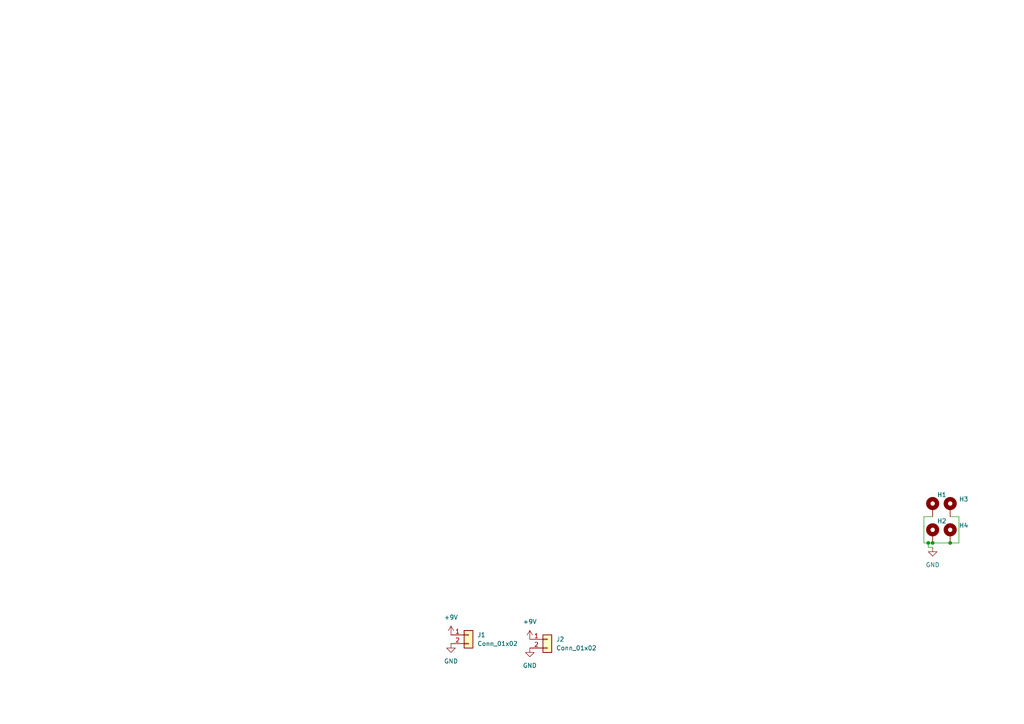
<source format=kicad_sch>
(kicad_sch (version 20211123) (generator eeschema)

  (uuid 3202d24d-726e-4f07-84c0-3006af20163a)

  (paper "A4")

  (lib_symbols
    (symbol "Connector_Generic:Conn_01x02" (pin_names (offset 1.016) hide) (in_bom yes) (on_board yes)
      (property "Reference" "J" (id 0) (at 0 2.54 0)
        (effects (font (size 1.27 1.27)))
      )
      (property "Value" "Conn_01x02" (id 1) (at 0 -5.08 0)
        (effects (font (size 1.27 1.27)))
      )
      (property "Footprint" "" (id 2) (at 0 0 0)
        (effects (font (size 1.27 1.27)) hide)
      )
      (property "Datasheet" "~" (id 3) (at 0 0 0)
        (effects (font (size 1.27 1.27)) hide)
      )
      (property "ki_keywords" "connector" (id 4) (at 0 0 0)
        (effects (font (size 1.27 1.27)) hide)
      )
      (property "ki_description" "Generic connector, single row, 01x02, script generated (kicad-library-utils/schlib/autogen/connector/)" (id 5) (at 0 0 0)
        (effects (font (size 1.27 1.27)) hide)
      )
      (property "ki_fp_filters" "Connector*:*_1x??_*" (id 6) (at 0 0 0)
        (effects (font (size 1.27 1.27)) hide)
      )
      (symbol "Conn_01x02_1_1"
        (rectangle (start -1.27 -2.413) (end 0 -2.667)
          (stroke (width 0.1524) (type default) (color 0 0 0 0))
          (fill (type none))
        )
        (rectangle (start -1.27 0.127) (end 0 -0.127)
          (stroke (width 0.1524) (type default) (color 0 0 0 0))
          (fill (type none))
        )
        (rectangle (start -1.27 1.27) (end 1.27 -3.81)
          (stroke (width 0.254) (type default) (color 0 0 0 0))
          (fill (type background))
        )
        (pin passive line (at -5.08 0 0) (length 3.81)
          (name "Pin_1" (effects (font (size 1.27 1.27))))
          (number "1" (effects (font (size 1.27 1.27))))
        )
        (pin passive line (at -5.08 -2.54 0) (length 3.81)
          (name "Pin_2" (effects (font (size 1.27 1.27))))
          (number "2" (effects (font (size 1.27 1.27))))
        )
      )
    )
    (symbol "Mechanical:MountingHole_Pad" (pin_numbers hide) (pin_names (offset 1.016) hide) (in_bom yes) (on_board yes)
      (property "Reference" "H" (id 0) (at 0 6.35 0)
        (effects (font (size 1.27 1.27)))
      )
      (property "Value" "MountingHole_Pad" (id 1) (at 0 4.445 0)
        (effects (font (size 1.27 1.27)))
      )
      (property "Footprint" "" (id 2) (at 0 0 0)
        (effects (font (size 1.27 1.27)) hide)
      )
      (property "Datasheet" "~" (id 3) (at 0 0 0)
        (effects (font (size 1.27 1.27)) hide)
      )
      (property "ki_keywords" "mounting hole" (id 4) (at 0 0 0)
        (effects (font (size 1.27 1.27)) hide)
      )
      (property "ki_description" "Mounting Hole with connection" (id 5) (at 0 0 0)
        (effects (font (size 1.27 1.27)) hide)
      )
      (property "ki_fp_filters" "MountingHole*Pad*" (id 6) (at 0 0 0)
        (effects (font (size 1.27 1.27)) hide)
      )
      (symbol "MountingHole_Pad_0_1"
        (circle (center 0 1.27) (radius 1.27)
          (stroke (width 1.27) (type default) (color 0 0 0 0))
          (fill (type none))
        )
      )
      (symbol "MountingHole_Pad_1_1"
        (pin input line (at 0 -2.54 90) (length 2.54)
          (name "1" (effects (font (size 1.27 1.27))))
          (number "1" (effects (font (size 1.27 1.27))))
        )
      )
    )
    (symbol "power:+9V" (power) (pin_names (offset 0)) (in_bom yes) (on_board yes)
      (property "Reference" "#PWR" (id 0) (at 0 -3.81 0)
        (effects (font (size 1.27 1.27)) hide)
      )
      (property "Value" "+9V" (id 1) (at 0 3.556 0)
        (effects (font (size 1.27 1.27)))
      )
      (property "Footprint" "" (id 2) (at 0 0 0)
        (effects (font (size 1.27 1.27)) hide)
      )
      (property "Datasheet" "" (id 3) (at 0 0 0)
        (effects (font (size 1.27 1.27)) hide)
      )
      (property "ki_keywords" "global power" (id 4) (at 0 0 0)
        (effects (font (size 1.27 1.27)) hide)
      )
      (property "ki_description" "Power symbol creates a global label with name \"+9V\"" (id 5) (at 0 0 0)
        (effects (font (size 1.27 1.27)) hide)
      )
      (symbol "+9V_0_1"
        (polyline
          (pts
            (xy -0.762 1.27)
            (xy 0 2.54)
          )
          (stroke (width 0) (type default) (color 0 0 0 0))
          (fill (type none))
        )
        (polyline
          (pts
            (xy 0 0)
            (xy 0 2.54)
          )
          (stroke (width 0) (type default) (color 0 0 0 0))
          (fill (type none))
        )
        (polyline
          (pts
            (xy 0 2.54)
            (xy 0.762 1.27)
          )
          (stroke (width 0) (type default) (color 0 0 0 0))
          (fill (type none))
        )
      )
      (symbol "+9V_1_1"
        (pin power_in line (at 0 0 90) (length 0) hide
          (name "+9V" (effects (font (size 1.27 1.27))))
          (number "1" (effects (font (size 1.27 1.27))))
        )
      )
    )
    (symbol "power:GND" (power) (pin_names (offset 0)) (in_bom yes) (on_board yes)
      (property "Reference" "#PWR" (id 0) (at 0 -6.35 0)
        (effects (font (size 1.27 1.27)) hide)
      )
      (property "Value" "GND" (id 1) (at 0 -3.81 0)
        (effects (font (size 1.27 1.27)))
      )
      (property "Footprint" "" (id 2) (at 0 0 0)
        (effects (font (size 1.27 1.27)) hide)
      )
      (property "Datasheet" "" (id 3) (at 0 0 0)
        (effects (font (size 1.27 1.27)) hide)
      )
      (property "ki_keywords" "global power" (id 4) (at 0 0 0)
        (effects (font (size 1.27 1.27)) hide)
      )
      (property "ki_description" "Power symbol creates a global label with name \"GND\" , ground" (id 5) (at 0 0 0)
        (effects (font (size 1.27 1.27)) hide)
      )
      (symbol "GND_0_1"
        (polyline
          (pts
            (xy 0 0)
            (xy 0 -1.27)
            (xy 1.27 -1.27)
            (xy 0 -2.54)
            (xy -1.27 -1.27)
            (xy 0 -1.27)
          )
          (stroke (width 0) (type default) (color 0 0 0 0))
          (fill (type none))
        )
      )
      (symbol "GND_1_1"
        (pin power_in line (at 0 0 270) (length 0) hide
          (name "GND" (effects (font (size 1.27 1.27))))
          (number "1" (effects (font (size 1.27 1.27))))
        )
      )
    )
  )

  (junction (at 275.59 157.48) (diameter 0) (color 0 0 0 0)
    (uuid 92ef6c5c-76f6-41ee-bfdf-2eeb29e2cd3e)
  )
  (junction (at 270.51 157.48) (diameter 0) (color 0 0 0 0)
    (uuid a2b94282-d0c1-4f85-9fe6-8097f3bf3d1b)
  )
  (junction (at 269.24 157.48) (diameter 0) (color 0 0 0 0)
    (uuid cc94ca55-9dba-4763-bc49-f97248381666)
  )

  (wire (pts (xy 278.13 157.48) (xy 278.13 149.86))
    (stroke (width 0) (type default) (color 0 0 0 0))
    (uuid 37ab3f3f-23a9-4077-ac08-b144469e133c)
  )
  (wire (pts (xy 270.51 157.48) (xy 275.59 157.48))
    (stroke (width 0) (type default) (color 0 0 0 0))
    (uuid 3c41030e-76a7-473a-98c6-46f49f12564e)
  )
  (wire (pts (xy 275.59 157.48) (xy 278.13 157.48))
    (stroke (width 0) (type default) (color 0 0 0 0))
    (uuid 493beafa-83ca-4bff-ac6e-70d10e6415f9)
  )
  (wire (pts (xy 267.97 157.48) (xy 269.24 157.48))
    (stroke (width 0) (type default) (color 0 0 0 0))
    (uuid 58cbb94d-e1ec-419a-b6a8-cae6dc081de6)
  )
  (wire (pts (xy 275.59 149.86) (xy 278.13 149.86))
    (stroke (width 0) (type default) (color 0 0 0 0))
    (uuid 5f72dc0e-e05f-475d-ae26-944b6c4d903b)
  )
  (wire (pts (xy 267.97 149.86) (xy 270.51 149.86))
    (stroke (width 0) (type default) (color 0 0 0 0))
    (uuid 8527bcb5-a541-41d1-8d2c-efbf09c0351c)
  )
  (wire (pts (xy 269.24 157.48) (xy 269.24 158.75))
    (stroke (width 0) (type default) (color 0 0 0 0))
    (uuid a2e39675-fed4-460a-bbdf-41f7676212e7)
  )
  (wire (pts (xy 270.51 158.75) (xy 269.24 158.75))
    (stroke (width 0) (type default) (color 0 0 0 0))
    (uuid bc352e4c-f78f-4f58-9183-11748a4f2a08)
  )
  (wire (pts (xy 269.24 157.48) (xy 270.51 157.48))
    (stroke (width 0) (type default) (color 0 0 0 0))
    (uuid c9cdac46-1d65-4300-a84a-afc9c3858198)
  )
  (wire (pts (xy 267.97 149.86) (xy 267.97 157.48))
    (stroke (width 0) (type default) (color 0 0 0 0))
    (uuid f4d8a6b6-d4aa-4d6a-9dbf-797e8829c3ff)
  )

  (symbol (lib_id "Mechanical:MountingHole_Pad") (at 275.59 147.32 0) (unit 1)
    (in_bom yes) (on_board yes) (fields_autoplaced)
    (uuid 203acfd3-0230-4032-b9f9-0df574903694)
    (property "Reference" "H3" (id 0) (at 278.13 144.7799 0)
      (effects (font (size 1.27 1.27)) (justify left))
    )
    (property "Value" "MountingHole_Pad" (id 1) (at 278.13 147.3199 0)
      (effects (font (size 1.27 1.27)) (justify left) hide)
    )
    (property "Footprint" "MountingHole:MountingHole_3.2mm_M3_Pad" (id 2) (at 275.59 147.32 0)
      (effects (font (size 1.27 1.27)) hide)
    )
    (property "Datasheet" "~" (id 3) (at 275.59 147.32 0)
      (effects (font (size 1.27 1.27)) hide)
    )
    (pin "1" (uuid 5487922e-4f8c-4002-962e-447a9348640c))
  )

  (symbol (lib_id "Connector_Generic:Conn_01x02") (at 158.75 185.42 0) (unit 1)
    (in_bom yes) (on_board yes) (fields_autoplaced)
    (uuid 452ab85c-7004-4448-948f-67ace16c4865)
    (property "Reference" "J2" (id 0) (at 161.29 185.4199 0)
      (effects (font (size 1.27 1.27)) (justify left))
    )
    (property "Value" "Conn_01x02" (id 1) (at 161.29 187.9599 0)
      (effects (font (size 1.27 1.27)) (justify left))
    )
    (property "Footprint" "Connector_PinHeader_2.54mm:PinHeader_1x02_P2.54mm_Horizontal" (id 2) (at 158.75 185.42 0)
      (effects (font (size 1.27 1.27)) hide)
    )
    (property "Datasheet" "~" (id 3) (at 158.75 185.42 0)
      (effects (font (size 1.27 1.27)) hide)
    )
    (pin "1" (uuid f1e7d8f5-9759-4108-95f1-07515f204222))
    (pin "2" (uuid aa12ef13-20ff-48d3-864e-8e0458f94d2f))
  )

  (symbol (lib_id "Mechanical:MountingHole_Pad") (at 270.51 154.94 0) (unit 1)
    (in_bom yes) (on_board yes)
    (uuid 5258f80d-9e7e-4cfa-b47b-63ea5529ea1a)
    (property "Reference" "H2" (id 0) (at 271.78 151.13 0)
      (effects (font (size 1.27 1.27)) (justify left))
    )
    (property "Value" "MountingHole_Pad" (id 1) (at 273.05 154.9399 0)
      (effects (font (size 1.27 1.27)) (justify left) hide)
    )
    (property "Footprint" "MountingHole:MountingHole_3.2mm_M3_Pad" (id 2) (at 270.51 154.94 0)
      (effects (font (size 1.27 1.27)) hide)
    )
    (property "Datasheet" "~" (id 3) (at 270.51 154.94 0)
      (effects (font (size 1.27 1.27)) hide)
    )
    (pin "1" (uuid 60fda5ff-e089-48c0-972d-8fa3a346a752))
  )

  (symbol (lib_id "power:+9V") (at 153.67 185.42 0) (unit 1)
    (in_bom yes) (on_board yes) (fields_autoplaced)
    (uuid 79e085b3-a725-411b-a2dd-6c627ed7f513)
    (property "Reference" "#PWR0101" (id 0) (at 153.67 189.23 0)
      (effects (font (size 1.27 1.27)) hide)
    )
    (property "Value" "+9V" (id 1) (at 153.67 180.34 0))
    (property "Footprint" "" (id 2) (at 153.67 185.42 0)
      (effects (font (size 1.27 1.27)) hide)
    )
    (property "Datasheet" "" (id 3) (at 153.67 185.42 0)
      (effects (font (size 1.27 1.27)) hide)
    )
    (pin "1" (uuid 0186e5e7-951d-4ad9-b599-bfb2fc7d774d))
  )

  (symbol (lib_id "Connector_Generic:Conn_01x02") (at 135.89 184.15 0) (unit 1)
    (in_bom yes) (on_board yes) (fields_autoplaced)
    (uuid 8f58b070-d55d-4924-8dec-ab82d3dd5892)
    (property "Reference" "J1" (id 0) (at 138.43 184.1499 0)
      (effects (font (size 1.27 1.27)) (justify left))
    )
    (property "Value" "Conn_01x02" (id 1) (at 138.43 186.6899 0)
      (effects (font (size 1.27 1.27)) (justify left))
    )
    (property "Footprint" "Connector_PinHeader_2.54mm:PinHeader_1x02_P2.54mm_Horizontal" (id 2) (at 135.89 184.15 0)
      (effects (font (size 1.27 1.27)) hide)
    )
    (property "Datasheet" "~" (id 3) (at 135.89 184.15 0)
      (effects (font (size 1.27 1.27)) hide)
    )
    (pin "1" (uuid f91962f1-0da5-4899-8a4a-6e1c4ec51e72))
    (pin "2" (uuid f83e40a7-a5c6-4aa6-8045-5b60b2b98f0b))
  )

  (symbol (lib_id "power:+9V") (at 130.81 184.15 0) (unit 1)
    (in_bom yes) (on_board yes) (fields_autoplaced)
    (uuid 8fe655a1-dde5-4b52-b835-b2f1c1b3598a)
    (property "Reference" "#PWR0104" (id 0) (at 130.81 187.96 0)
      (effects (font (size 1.27 1.27)) hide)
    )
    (property "Value" "+9V" (id 1) (at 130.81 179.07 0))
    (property "Footprint" "" (id 2) (at 130.81 184.15 0)
      (effects (font (size 1.27 1.27)) hide)
    )
    (property "Datasheet" "" (id 3) (at 130.81 184.15 0)
      (effects (font (size 1.27 1.27)) hide)
    )
    (pin "1" (uuid 1163a9c3-b32b-4adb-a570-bae549bcee3f))
  )

  (symbol (lib_id "power:GND") (at 153.67 187.96 0) (unit 1)
    (in_bom yes) (on_board yes) (fields_autoplaced)
    (uuid 903c45e0-69d5-44b6-8ed6-5028e7042940)
    (property "Reference" "#PWR0102" (id 0) (at 153.67 194.31 0)
      (effects (font (size 1.27 1.27)) hide)
    )
    (property "Value" "GND" (id 1) (at 153.67 193.04 0))
    (property "Footprint" "" (id 2) (at 153.67 187.96 0)
      (effects (font (size 1.27 1.27)) hide)
    )
    (property "Datasheet" "" (id 3) (at 153.67 187.96 0)
      (effects (font (size 1.27 1.27)) hide)
    )
    (pin "1" (uuid 55b7bd8d-0760-4709-abd6-69e46941411e))
  )

  (symbol (lib_id "power:GND") (at 130.81 186.69 0) (unit 1)
    (in_bom yes) (on_board yes) (fields_autoplaced)
    (uuid 940fe71e-9331-4ac8-ae44-3163d5799bca)
    (property "Reference" "#PWR0103" (id 0) (at 130.81 193.04 0)
      (effects (font (size 1.27 1.27)) hide)
    )
    (property "Value" "GND" (id 1) (at 130.81 191.77 0))
    (property "Footprint" "" (id 2) (at 130.81 186.69 0)
      (effects (font (size 1.27 1.27)) hide)
    )
    (property "Datasheet" "" (id 3) (at 130.81 186.69 0)
      (effects (font (size 1.27 1.27)) hide)
    )
    (pin "1" (uuid 6214b782-aa6b-4ac3-96b8-91377b7a1be6))
  )

  (symbol (lib_id "Mechanical:MountingHole_Pad") (at 275.59 154.94 0) (unit 1)
    (in_bom yes) (on_board yes) (fields_autoplaced)
    (uuid a3f9e043-69e0-49e7-9348-fb5d96258bd2)
    (property "Reference" "H4" (id 0) (at 278.13 152.3999 0)
      (effects (font (size 1.27 1.27)) (justify left))
    )
    (property "Value" "MountingHole_Pad" (id 1) (at 278.13 154.9399 0)
      (effects (font (size 1.27 1.27)) (justify left) hide)
    )
    (property "Footprint" "MountingHole:MountingHole_3.2mm_M3_Pad" (id 2) (at 275.59 154.94 0)
      (effects (font (size 1.27 1.27)) hide)
    )
    (property "Datasheet" "~" (id 3) (at 275.59 154.94 0)
      (effects (font (size 1.27 1.27)) hide)
    )
    (pin "1" (uuid 79425a32-e621-40c1-8b45-0510b8621c22))
  )

  (symbol (lib_id "power:GND") (at 270.51 158.75 0) (unit 1)
    (in_bom yes) (on_board yes) (fields_autoplaced)
    (uuid ab954b76-f69b-4e25-90a1-80f5a7641b04)
    (property "Reference" "#PWR0105" (id 0) (at 270.51 165.1 0)
      (effects (font (size 1.27 1.27)) hide)
    )
    (property "Value" "GND" (id 1) (at 270.51 163.83 0))
    (property "Footprint" "" (id 2) (at 270.51 158.75 0)
      (effects (font (size 1.27 1.27)) hide)
    )
    (property "Datasheet" "" (id 3) (at 270.51 158.75 0)
      (effects (font (size 1.27 1.27)) hide)
    )
    (pin "1" (uuid d2a02bfc-908e-4c2c-9acc-9accfb6ea159))
  )

  (symbol (lib_id "Mechanical:MountingHole_Pad") (at 270.51 147.32 0) (unit 1)
    (in_bom yes) (on_board yes)
    (uuid b31b4dcb-4162-4a5e-a31f-6951992ac139)
    (property "Reference" "H1" (id 0) (at 271.78 143.51 0)
      (effects (font (size 1.27 1.27)) (justify left))
    )
    (property "Value" "MountingHole_Pad" (id 1) (at 273.05 147.3199 0)
      (effects (font (size 1.27 1.27)) (justify left) hide)
    )
    (property "Footprint" "MountingHole:MountingHole_3.2mm_M3_Pad" (id 2) (at 270.51 147.32 0)
      (effects (font (size 1.27 1.27)) hide)
    )
    (property "Datasheet" "~" (id 3) (at 270.51 147.32 0)
      (effects (font (size 1.27 1.27)) hide)
    )
    (pin "1" (uuid b1d5d037-15a8-4ecc-a275-26fd05483d72))
  )

  (sheet_instances
    (path "/" (page "1"))
  )

  (symbol_instances
    (path "/79e085b3-a725-411b-a2dd-6c627ed7f513"
      (reference "#PWR0101") (unit 1) (value "+9V") (footprint "")
    )
    (path "/903c45e0-69d5-44b6-8ed6-5028e7042940"
      (reference "#PWR0102") (unit 1) (value "GND") (footprint "")
    )
    (path "/940fe71e-9331-4ac8-ae44-3163d5799bca"
      (reference "#PWR0103") (unit 1) (value "GND") (footprint "")
    )
    (path "/8fe655a1-dde5-4b52-b835-b2f1c1b3598a"
      (reference "#PWR0104") (unit 1) (value "+9V") (footprint "")
    )
    (path "/ab954b76-f69b-4e25-90a1-80f5a7641b04"
      (reference "#PWR0105") (unit 1) (value "GND") (footprint "")
    )
    (path "/b31b4dcb-4162-4a5e-a31f-6951992ac139"
      (reference "H1") (unit 1) (value "MountingHole_Pad") (footprint "MountingHole:MountingHole_3.2mm_M3_Pad")
    )
    (path "/5258f80d-9e7e-4cfa-b47b-63ea5529ea1a"
      (reference "H2") (unit 1) (value "MountingHole_Pad") (footprint "MountingHole:MountingHole_3.2mm_M3_Pad")
    )
    (path "/203acfd3-0230-4032-b9f9-0df574903694"
      (reference "H3") (unit 1) (value "MountingHole_Pad") (footprint "MountingHole:MountingHole_3.2mm_M3_Pad")
    )
    (path "/a3f9e043-69e0-49e7-9348-fb5d96258bd2"
      (reference "H4") (unit 1) (value "MountingHole_Pad") (footprint "MountingHole:MountingHole_3.2mm_M3_Pad")
    )
    (path "/8f58b070-d55d-4924-8dec-ab82d3dd5892"
      (reference "J1") (unit 1) (value "Conn_01x02") (footprint "Connector_PinHeader_2.54mm:PinHeader_1x02_P2.54mm_Horizontal")
    )
    (path "/452ab85c-7004-4448-948f-67ace16c4865"
      (reference "J2") (unit 1) (value "Conn_01x02") (footprint "Connector_PinHeader_2.54mm:PinHeader_1x02_P2.54mm_Horizontal")
    )
  )
)

</source>
